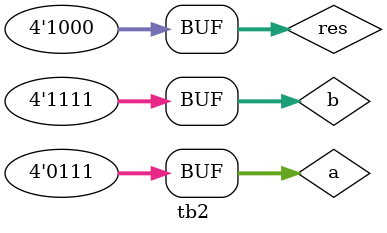
<source format=v>
`timescale 1ns / 1ps


module tb2;


reg [3:0] a = 4'h7, b = 4'hF;
reg [3:0] res;

always@(a,b) begin
res = a ^ b;
$display("Value of res is %h",res);
end

endmodule

</source>
